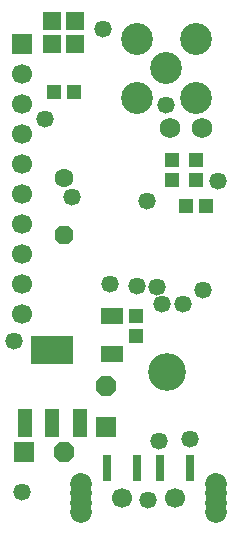
<source format=gts>
%FSAX42Y42*%
%MOMM*%
G71*
G01*
G75*
G04 Layer_Color=8388736*
%ADD10R,1.10X1.00*%
%ADD11R,0.87X0.87*%
%ADD12R,1.00X1.10*%
%ADD13R,3.40X2.15*%
%ADD14R,1.05X2.15*%
%ADD15R,1.05X2.15*%
%ADD16R,1.70X1.25*%
%ADD17R,1.52X1.52*%
%ADD18P,1.65X8X202.5*%
%ADD19R,1.52X1.52*%
%ADD20P,1.65X8X292.5*%
%ADD21R,0.50X2.10*%
%ADD22C,0.25*%
%ADD23C,1.50*%
%ADD24R,1.50X1.50*%
%ADD25C,2.50*%
%ADD26C,1.52*%
%ADD27C,1.40*%
%ADD28P,1.52X8X112.5*%
%ADD29C,3.00*%
%ADD30C,1.65*%
%ADD31C,1.27*%
%ADD32O,0.80X0.28*%
%ADD33O,0.28X0.80*%
%ADD34R,7.65X7.65*%
%ADD35O,0.40X2.10*%
%ADD36R,0.80X0.35*%
%ADD37C,0.20*%
%ADD38C,0.25*%
%ADD39C,0.60*%
%ADD40R,1.80X1.80*%
%ADD41R,2.00X1.80*%
%ADD42R,1.80X2.00*%
%ADD43O,0.74X0.22*%
%ADD44O,0.22X0.74*%
%ADD45R,2.05X2.05*%
%ADD46R,1.30X1.20*%
%ADD47R,1.54X1.54*%
%ADD48R,1.20X1.30*%
%ADD49R,3.60X2.35*%
%ADD50R,1.25X2.35*%
%ADD51R,1.25X2.35*%
%ADD52R,1.90X1.45*%
%ADD53R,1.73X1.73*%
%ADD54P,1.87X8X202.5*%
%ADD55R,1.73X1.73*%
%ADD56P,1.87X8X292.5*%
%ADD57R,0.70X2.30*%
%ADD58C,1.70*%
%ADD59R,1.70X1.70*%
%ADD60C,2.70*%
%ADD61C,1.73*%
%ADD62C,1.60*%
%ADD63P,1.74X8X112.5*%
%ADD64C,3.20*%
%ADD65C,1.85*%
%ADD66C,1.47*%
D46*
X004352Y005283D02*
D03*
X004182D02*
D03*
X003235Y006248D02*
D03*
X003065D02*
D03*
D47*
X003048Y006655D02*
D03*
Y006849D02*
D03*
X003242D02*
D03*
Y006655D02*
D03*
D48*
X003759Y004182D02*
D03*
Y004352D02*
D03*
X004064Y005503D02*
D03*
X004267D02*
D03*
Y005673D02*
D03*
X004064D02*
D03*
D49*
X003048Y004069D02*
D03*
D50*
X003048Y003449D02*
D03*
X003278D02*
D03*
D51*
X002818Y003449D02*
D03*
D52*
X003556Y004037D02*
D03*
Y004352D02*
D03*
D53*
X002807Y003200D02*
D03*
D54*
X003150Y003200D02*
D03*
D55*
X003505Y003416D02*
D03*
D56*
X003505Y003759D02*
D03*
D57*
X003511Y003070D02*
D03*
X003761D02*
D03*
X003961D02*
D03*
X004211D02*
D03*
D58*
X003636Y002810D02*
D03*
X004086D02*
D03*
X002794Y004369D02*
D03*
Y004623D02*
D03*
Y004877D02*
D03*
Y005131D02*
D03*
Y005385D02*
D03*
Y005639D02*
D03*
Y005893D02*
D03*
Y006147D02*
D03*
Y006401D02*
D03*
D59*
X002794Y006655D02*
D03*
D60*
X004263Y006202D02*
D03*
X004013Y006452D02*
D03*
X004263Y006702D02*
D03*
X003763D02*
D03*
Y006202D02*
D03*
D61*
X004318Y005944D02*
D03*
X004046Y005946D02*
D03*
D62*
X003150Y005527D02*
D03*
D63*
X003150Y005039D02*
D03*
D64*
X004022Y003878D02*
D03*
D65*
X003291Y002693D02*
D03*
Y002773D02*
D03*
Y002855D02*
D03*
Y002933D02*
D03*
X004431Y002773D02*
D03*
Y002693D02*
D03*
Y002855D02*
D03*
Y002933D02*
D03*
D66*
X002790Y002865D02*
D03*
X003855Y002798D02*
D03*
X003953Y003295D02*
D03*
X004210Y003310D02*
D03*
X004155Y004460D02*
D03*
X004322Y004578D02*
D03*
X003845Y005325D02*
D03*
X003767Y004605D02*
D03*
X003972Y004455D02*
D03*
X003938Y004603D02*
D03*
X003535Y004622D02*
D03*
X003212Y005360D02*
D03*
X002988Y006020D02*
D03*
X003480Y006785D02*
D03*
X004010Y006138D02*
D03*
X004453Y005500D02*
D03*
X002725Y004140D02*
D03*
M02*

</source>
